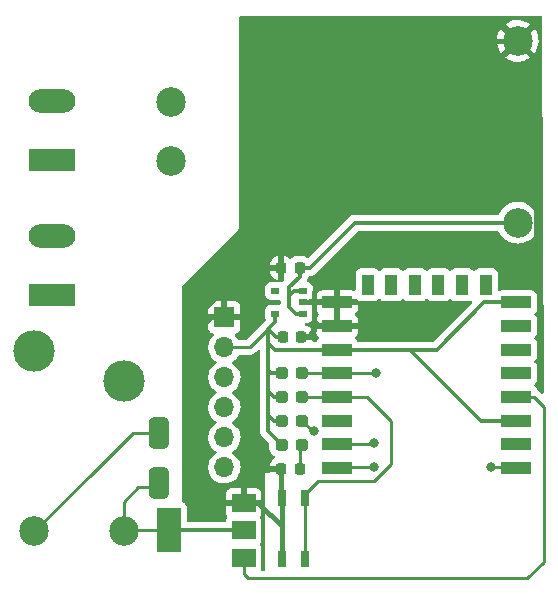
<source format=gtl>
G04 #@! TF.GenerationSoftware,KiCad,Pcbnew,6.0.7-f9a2dced07~116~ubuntu20.04.1*
G04 #@! TF.CreationDate,2022-10-29T19:31:28+02:00*
G04 #@! TF.ProjectId,AC Relay,41432052-656c-4617-992e-6b696361645f,rev?*
G04 #@! TF.SameCoordinates,Original*
G04 #@! TF.FileFunction,Copper,L1,Top*
G04 #@! TF.FilePolarity,Positive*
%FSLAX46Y46*%
G04 Gerber Fmt 4.6, Leading zero omitted, Abs format (unit mm)*
G04 Created by KiCad (PCBNEW 6.0.7-f9a2dced07~116~ubuntu20.04.1) date 2022-10-29 19:31:28*
%MOMM*%
%LPD*%
G01*
G04 APERTURE LIST*
G04 Aperture macros list*
%AMRoundRect*
0 Rectangle with rounded corners*
0 $1 Rounding radius*
0 $2 $3 $4 $5 $6 $7 $8 $9 X,Y pos of 4 corners*
0 Add a 4 corners polygon primitive as box body*
4,1,4,$2,$3,$4,$5,$6,$7,$8,$9,$2,$3,0*
0 Add four circle primitives for the rounded corners*
1,1,$1+$1,$2,$3*
1,1,$1+$1,$4,$5*
1,1,$1+$1,$6,$7*
1,1,$1+$1,$8,$9*
0 Add four rect primitives between the rounded corners*
20,1,$1+$1,$2,$3,$4,$5,0*
20,1,$1+$1,$4,$5,$6,$7,0*
20,1,$1+$1,$6,$7,$8,$9,0*
20,1,$1+$1,$8,$9,$2,$3,0*%
G04 Aperture macros list end*
G04 #@! TA.AperFunction,SMDPad,CuDef*
%ADD10RoundRect,0.437500X0.437500X-0.887500X0.437500X0.887500X-0.437500X0.887500X-0.437500X-0.887500X0*%
G04 #@! TD*
G04 #@! TA.AperFunction,ComponentPad*
%ADD11C,2.500000*%
G04 #@! TD*
G04 #@! TA.AperFunction,ComponentPad*
%ADD12R,3.960000X1.980000*%
G04 #@! TD*
G04 #@! TA.AperFunction,ComponentPad*
%ADD13O,3.960000X1.980000*%
G04 #@! TD*
G04 #@! TA.AperFunction,SMDPad,CuDef*
%ADD14RoundRect,0.237500X0.287500X0.237500X-0.287500X0.237500X-0.287500X-0.237500X0.287500X-0.237500X0*%
G04 #@! TD*
G04 #@! TA.AperFunction,SMDPad,CuDef*
%ADD15RoundRect,0.237500X-0.287500X-0.237500X0.287500X-0.237500X0.287500X0.237500X-0.287500X0.237500X0*%
G04 #@! TD*
G04 #@! TA.AperFunction,SMDPad,CuDef*
%ADD16R,2.500000X1.000000*%
G04 #@! TD*
G04 #@! TA.AperFunction,SMDPad,CuDef*
%ADD17R,1.000000X1.800000*%
G04 #@! TD*
G04 #@! TA.AperFunction,SMDPad,CuDef*
%ADD18R,0.700000X0.510000*%
G04 #@! TD*
G04 #@! TA.AperFunction,SMDPad,CuDef*
%ADD19RoundRect,0.218750X-0.218750X-0.256250X0.218750X-0.256250X0.218750X0.256250X-0.218750X0.256250X0*%
G04 #@! TD*
G04 #@! TA.AperFunction,ComponentPad*
%ADD20O,1.700000X1.700000*%
G04 #@! TD*
G04 #@! TA.AperFunction,ComponentPad*
%ADD21R,1.700000X1.700000*%
G04 #@! TD*
G04 #@! TA.AperFunction,SMDPad,CuDef*
%ADD22RoundRect,0.218750X0.218750X0.256250X-0.218750X0.256250X-0.218750X-0.256250X0.218750X-0.256250X0*%
G04 #@! TD*
G04 #@! TA.AperFunction,SMDPad,CuDef*
%ADD23R,0.700000X1.450000*%
G04 #@! TD*
G04 #@! TA.AperFunction,SMDPad,CuDef*
%ADD24R,2.000000X1.500000*%
G04 #@! TD*
G04 #@! TA.AperFunction,SMDPad,CuDef*
%ADD25R,2.000000X3.800000*%
G04 #@! TD*
G04 #@! TA.AperFunction,ComponentPad*
%ADD26C,3.500000*%
G04 #@! TD*
G04 #@! TA.AperFunction,ViaPad*
%ADD27C,0.800000*%
G04 #@! TD*
G04 #@! TA.AperFunction,Conductor*
%ADD28C,0.250000*%
G04 #@! TD*
G04 #@! TA.AperFunction,Conductor*
%ADD29C,0.350000*%
G04 #@! TD*
G04 #@! TA.AperFunction,Conductor*
%ADD30C,0.400000*%
G04 #@! TD*
G04 #@! TA.AperFunction,Conductor*
%ADD31C,0.300000*%
G04 #@! TD*
G04 APERTURE END LIST*
D10*
X84400000Y-87850000D03*
X84400000Y-83550000D03*
D11*
X85358000Y-55572000D03*
X85358000Y-60572000D03*
X114758000Y-50372000D03*
X114758000Y-65772000D03*
D12*
X75300000Y-60452000D03*
D13*
X75300000Y-55452000D03*
D12*
X75300000Y-71865000D03*
D13*
X75300000Y-66865000D03*
D14*
X96506000Y-84582000D03*
X94756000Y-84582000D03*
X96506000Y-80518000D03*
X94756000Y-80518000D03*
D15*
X94756000Y-78486000D03*
X96506000Y-78486000D03*
D14*
X96506000Y-82550000D03*
X94756000Y-82550000D03*
D16*
X114641000Y-86518000D03*
X114641000Y-84518000D03*
X114641000Y-82518000D03*
X114641000Y-80518000D03*
X114641000Y-78518000D03*
X114641000Y-76518000D03*
X114641000Y-74518000D03*
X114641000Y-72518000D03*
D17*
X112041000Y-71018000D03*
X110041000Y-71018000D03*
X108041000Y-71018000D03*
X106041000Y-71018000D03*
X104041000Y-71018000D03*
X102041000Y-71018000D03*
D16*
X99441000Y-72518000D03*
X99441000Y-74518000D03*
X99441000Y-76518000D03*
X99441000Y-78518000D03*
X99441000Y-80518000D03*
X99441000Y-82518000D03*
X99441000Y-84518000D03*
X99441000Y-86518000D03*
D18*
X96537000Y-73467000D03*
X96537000Y-72517000D03*
X96537000Y-71567000D03*
X94217000Y-71567000D03*
X94217000Y-73467000D03*
D19*
X94716500Y-86614000D03*
X96291500Y-86614000D03*
D20*
X89916000Y-86487000D03*
X89916000Y-83947000D03*
X89916000Y-81407000D03*
X89916000Y-78867000D03*
X89916000Y-76327000D03*
D21*
X89916000Y-73787000D03*
D22*
X96291500Y-69596000D03*
X94716500Y-69596000D03*
D19*
X94843500Y-75438000D03*
X96418500Y-75438000D03*
D23*
X96758000Y-94274000D03*
X96758000Y-89114000D03*
X94758000Y-94274000D03*
X94758000Y-89114000D03*
D24*
X91542000Y-94121000D03*
X91542000Y-91821000D03*
X91542000Y-89521000D03*
D25*
X85242000Y-91821000D03*
D26*
X81392500Y-79213000D03*
X73792500Y-76673000D03*
D11*
X73792500Y-91913000D03*
X81392500Y-91913000D03*
D27*
X102743000Y-78486000D03*
X97536000Y-83367999D03*
X112522000Y-86487000D03*
X102616000Y-84455000D03*
X102616000Y-86487000D03*
D28*
X79093000Y-86612500D02*
X79093000Y-86607000D01*
X79093000Y-86607000D02*
X82150000Y-83550000D01*
X82150000Y-83550000D02*
X84400000Y-83550000D01*
X79093000Y-86612500D02*
X73792500Y-91913000D01*
X81392500Y-91913000D02*
X81392500Y-89407500D01*
X85242000Y-91821000D02*
X81484500Y-91821000D01*
D29*
X100979000Y-65772000D02*
X114758000Y-65772000D01*
X96537000Y-73467000D02*
X95937000Y-73467000D01*
X95377000Y-72009000D02*
X95377000Y-71247000D01*
X95819000Y-71567000D02*
X96537000Y-71567000D01*
X95937000Y-73467000D02*
X95377000Y-72907000D01*
X97155000Y-69596000D02*
X100979000Y-65772000D01*
X95377000Y-72263000D02*
X95377000Y-72009000D01*
X95377000Y-72009000D02*
X95819000Y-71567000D01*
X96291500Y-69596000D02*
X97155000Y-69596000D01*
X95377000Y-71247000D02*
X96291500Y-70332500D01*
X96291500Y-70332500D02*
X96291500Y-69596000D01*
X95377000Y-72907000D02*
X95377000Y-72263000D01*
D28*
X81392500Y-89407500D02*
X82612500Y-88187500D01*
X85283000Y-91780000D02*
X85242000Y-91821000D01*
X82612500Y-88187500D02*
X84500000Y-88187500D01*
X84861500Y-91440500D02*
X85242000Y-91821000D01*
D29*
X86492000Y-91821000D02*
X91542000Y-91821000D01*
X85242000Y-91821000D02*
X86492000Y-91821000D01*
D28*
X81484500Y-91821000D02*
X81392500Y-91913000D01*
D29*
X85198000Y-91865000D02*
X85242000Y-91821000D01*
D30*
X94716500Y-69596000D02*
X91694000Y-69596000D01*
X115189000Y-68453000D02*
X115443000Y-68453000D01*
X94615000Y-66675000D02*
X94488000Y-66802000D01*
X96956000Y-75438000D02*
X97536000Y-74858000D01*
X94758000Y-89114000D02*
X94758000Y-91694000D01*
X87503000Y-73787000D02*
X91694000Y-69596000D01*
X97536000Y-72517000D02*
X97536000Y-71628000D01*
X99440000Y-72517000D02*
X99441000Y-72518000D01*
X96537000Y-72517000D02*
X97536000Y-72517000D01*
X92792000Y-89521000D02*
X94758000Y-91487000D01*
X116332000Y-51946000D02*
X114758000Y-50372000D01*
X97941000Y-74518000D02*
X99441000Y-74518000D01*
X97536000Y-74113000D02*
X97941000Y-74518000D01*
X94488000Y-66802000D02*
X110918000Y-50372000D01*
X115443000Y-68453000D02*
X116332000Y-67564000D01*
X96418500Y-75438000D02*
X96956000Y-75438000D01*
X87503000Y-75057000D02*
X87503000Y-73787000D01*
X88816000Y-73787000D02*
X87546000Y-75057000D01*
X97536000Y-71628000D02*
X100711000Y-68453000D01*
X87546000Y-75057000D02*
X87503000Y-75057000D01*
X97536000Y-73914000D02*
X97536000Y-74113000D01*
X91542000Y-89521000D02*
X88632000Y-89521000D01*
X87503000Y-88392000D02*
X87503000Y-75057000D01*
X88632000Y-89521000D02*
X87503000Y-88392000D01*
X94758000Y-91694000D02*
X94758000Y-94274000D01*
X97536000Y-73660000D02*
X97536000Y-73914000D01*
X110918000Y-50372000D02*
X114758000Y-50372000D01*
X97536000Y-72517000D02*
X99440000Y-72517000D01*
X97536000Y-72517000D02*
X97536000Y-73660000D01*
X91542000Y-89521000D02*
X92792000Y-89521000D01*
X91694000Y-69596000D02*
X94488000Y-66802000D01*
X94716500Y-89028500D02*
X94631000Y-89114000D01*
X89916000Y-73787000D02*
X88816000Y-73787000D01*
X94758000Y-91487000D02*
X94758000Y-91694000D01*
X94716500Y-86614000D02*
X94716500Y-89028500D01*
X116332000Y-67564000D02*
X116332000Y-51946000D01*
X100711000Y-68453000D02*
X115189000Y-68453000D01*
X97536000Y-74858000D02*
X97536000Y-73660000D01*
D28*
X96291500Y-86614000D02*
X96291500Y-84796500D01*
X96291500Y-84796500D02*
X96506000Y-84582000D01*
D31*
X94131000Y-82550000D02*
X93599000Y-82018000D01*
X93726000Y-74676000D02*
X94217000Y-74185000D01*
X94756000Y-82550000D02*
X94131000Y-82550000D01*
X114641000Y-82518000D02*
X113411000Y-82518000D01*
X105601000Y-76518000D02*
X111601000Y-82518000D01*
X113411000Y-82518000D02*
X113141000Y-82518000D01*
X94217000Y-74185000D02*
X94217000Y-73467000D01*
X93599000Y-78994000D02*
X93599000Y-78232000D01*
X107887000Y-76518000D02*
X111887000Y-72518000D01*
X93599000Y-80010000D02*
X93599000Y-78994000D01*
X99441000Y-76518000D02*
X94171000Y-76518000D01*
X93599000Y-81788000D02*
X93599000Y-83425000D01*
X94306000Y-75438000D02*
X93726000Y-74858000D01*
X99441000Y-76518000D02*
X105601000Y-76518000D01*
X94171000Y-76518000D02*
X93599000Y-75946000D01*
X93853000Y-78486000D02*
X93599000Y-78232000D01*
X93599000Y-78232000D02*
X93599000Y-77470000D01*
X93726000Y-74858000D02*
X93726000Y-74676000D01*
D28*
X92075000Y-76327000D02*
X89916000Y-76327000D01*
D31*
X93599000Y-83425000D02*
X94756000Y-84582000D01*
D28*
X93599000Y-74803000D02*
X92075000Y-76327000D01*
D31*
X114641000Y-72518000D02*
X113141000Y-72518000D01*
X93599000Y-82018000D02*
X93599000Y-81788000D01*
X94843500Y-75438000D02*
X94306000Y-75438000D01*
X105601000Y-76518000D02*
X107887000Y-76518000D01*
X93599000Y-75946000D02*
X93599000Y-74803000D01*
X93599000Y-81050000D02*
X93599000Y-81788000D01*
X94756000Y-78486000D02*
X93853000Y-78486000D01*
X111887000Y-72518000D02*
X114641000Y-72518000D01*
X94107000Y-80518000D02*
X93599000Y-80010000D01*
X93599000Y-81050000D02*
X93599000Y-80010000D01*
X93599000Y-77470000D02*
X93599000Y-75946000D01*
X94756000Y-80518000D02*
X94107000Y-80518000D01*
X111601000Y-82518000D02*
X113411000Y-82518000D01*
X93599000Y-74803000D02*
X93726000Y-74676000D01*
D28*
X97917000Y-80518000D02*
X99441000Y-80518000D01*
X104013000Y-82550000D02*
X104013000Y-86233000D01*
X96758000Y-89114000D02*
X96758000Y-94274000D01*
X99441000Y-80518000D02*
X101981000Y-80518000D01*
X96758000Y-88739000D02*
X96758000Y-89114000D01*
X96506000Y-80518000D02*
X97917000Y-80518000D01*
X97867000Y-87630000D02*
X96758000Y-88739000D01*
X102616000Y-87630000D02*
X97867000Y-87630000D01*
X101981000Y-80518000D02*
X104013000Y-82550000D01*
X104013000Y-86233000D02*
X102616000Y-87630000D01*
X99473000Y-78486000D02*
X99441000Y-78518000D01*
X102743000Y-78486000D02*
X99473000Y-78486000D01*
X99409000Y-78486000D02*
X99441000Y-78518000D01*
X96506000Y-78486000D02*
X99409000Y-78486000D01*
X97536000Y-83367999D02*
X97464999Y-83439000D01*
X97464999Y-83439000D02*
X97395000Y-83439000D01*
X112522000Y-86487000D02*
X114610000Y-86487000D01*
X97395000Y-83439000D02*
X96506000Y-82550000D01*
X114610000Y-86487000D02*
X114641000Y-86518000D01*
X115570000Y-95885000D02*
X91948000Y-95885000D01*
X116967000Y-81344000D02*
X116967000Y-94488000D01*
X91542000Y-95479000D02*
X91542000Y-94121000D01*
X91948000Y-95885000D02*
X91542000Y-95479000D01*
X116141000Y-80518000D02*
X116967000Y-81344000D01*
X116967000Y-94488000D02*
X115570000Y-95885000D01*
X114641000Y-80518000D02*
X116141000Y-80518000D01*
X99441000Y-84518000D02*
X102553000Y-84518000D01*
X99472000Y-86487000D02*
X99441000Y-86518000D01*
X102616000Y-86487000D02*
X99472000Y-86487000D01*
G04 #@! TA.AperFunction,Conductor*
G36*
X116782534Y-48280002D02*
G01*
X116829027Y-48333658D01*
X116840412Y-48385586D01*
X116895596Y-65216810D01*
X116944462Y-80120955D01*
X116924684Y-80189141D01*
X116871181Y-80235809D01*
X116800940Y-80246144D01*
X116736263Y-80216862D01*
X116729368Y-80210463D01*
X116644652Y-80125747D01*
X116637112Y-80117461D01*
X116633000Y-80110982D01*
X116583348Y-80064356D01*
X116580507Y-80061602D01*
X116560770Y-80041865D01*
X116557573Y-80039385D01*
X116548551Y-80031680D01*
X116522100Y-80006841D01*
X116516321Y-80001414D01*
X116509375Y-79997595D01*
X116509372Y-79997593D01*
X116498566Y-79991652D01*
X116482047Y-79980801D01*
X116472354Y-79973283D01*
X116466041Y-79968386D01*
X116454857Y-79963546D01*
X116452278Y-79961400D01*
X116451943Y-79961202D01*
X116451975Y-79961148D01*
X116400284Y-79918135D01*
X116386918Y-79892140D01*
X116349010Y-79791021D01*
X116341615Y-79771295D01*
X116254261Y-79654739D01*
X116206340Y-79618824D01*
X116163827Y-79561967D01*
X116158801Y-79491149D01*
X116192861Y-79428855D01*
X116206330Y-79417183D01*
X116254261Y-79381261D01*
X116341615Y-79264705D01*
X116392745Y-79128316D01*
X116399500Y-79066134D01*
X116399500Y-77969866D01*
X116392745Y-77907684D01*
X116341615Y-77771295D01*
X116254261Y-77654739D01*
X116206340Y-77618824D01*
X116163827Y-77561967D01*
X116158801Y-77491149D01*
X116192861Y-77428855D01*
X116206330Y-77417183D01*
X116254261Y-77381261D01*
X116341615Y-77264705D01*
X116392745Y-77128316D01*
X116399500Y-77066134D01*
X116399500Y-75969866D01*
X116392745Y-75907684D01*
X116341615Y-75771295D01*
X116254261Y-75654739D01*
X116206340Y-75618824D01*
X116163827Y-75561967D01*
X116158801Y-75491149D01*
X116192861Y-75428855D01*
X116206330Y-75417183D01*
X116254261Y-75381261D01*
X116341615Y-75264705D01*
X116392745Y-75128316D01*
X116399500Y-75066134D01*
X116399500Y-73969866D01*
X116392745Y-73907684D01*
X116341615Y-73771295D01*
X116254261Y-73654739D01*
X116206340Y-73618824D01*
X116163827Y-73561967D01*
X116158801Y-73491149D01*
X116192861Y-73428855D01*
X116206330Y-73417183D01*
X116254261Y-73381261D01*
X116341615Y-73264705D01*
X116392745Y-73128316D01*
X116399500Y-73066134D01*
X116399500Y-71969866D01*
X116392745Y-71907684D01*
X116341615Y-71771295D01*
X116254261Y-71654739D01*
X116137705Y-71567385D01*
X116001316Y-71516255D01*
X115939134Y-71509500D01*
X113342866Y-71509500D01*
X113280684Y-71516255D01*
X113219729Y-71539106D01*
X113148923Y-71544289D01*
X113086554Y-71510369D01*
X113052425Y-71448113D01*
X113049500Y-71421124D01*
X113049500Y-70069866D01*
X113042745Y-70007684D01*
X112991615Y-69871295D01*
X112904261Y-69754739D01*
X112787705Y-69667385D01*
X112651316Y-69616255D01*
X112589134Y-69609500D01*
X111492866Y-69609500D01*
X111430684Y-69616255D01*
X111294295Y-69667385D01*
X111177739Y-69754739D01*
X111141824Y-69802660D01*
X111084967Y-69845173D01*
X111014149Y-69850199D01*
X110951855Y-69816139D01*
X110940183Y-69802670D01*
X110904261Y-69754739D01*
X110787705Y-69667385D01*
X110651316Y-69616255D01*
X110589134Y-69609500D01*
X109492866Y-69609500D01*
X109430684Y-69616255D01*
X109294295Y-69667385D01*
X109177739Y-69754739D01*
X109141824Y-69802660D01*
X109084967Y-69845173D01*
X109014149Y-69850199D01*
X108951855Y-69816139D01*
X108940183Y-69802670D01*
X108904261Y-69754739D01*
X108787705Y-69667385D01*
X108651316Y-69616255D01*
X108589134Y-69609500D01*
X107492866Y-69609500D01*
X107430684Y-69616255D01*
X107294295Y-69667385D01*
X107177739Y-69754739D01*
X107141824Y-69802660D01*
X107084967Y-69845173D01*
X107014149Y-69850199D01*
X106951855Y-69816139D01*
X106940183Y-69802670D01*
X106904261Y-69754739D01*
X106787705Y-69667385D01*
X106651316Y-69616255D01*
X106589134Y-69609500D01*
X105492866Y-69609500D01*
X105430684Y-69616255D01*
X105294295Y-69667385D01*
X105177739Y-69754739D01*
X105141824Y-69802660D01*
X105084967Y-69845173D01*
X105014149Y-69850199D01*
X104951855Y-69816139D01*
X104940183Y-69802670D01*
X104904261Y-69754739D01*
X104787705Y-69667385D01*
X104651316Y-69616255D01*
X104589134Y-69609500D01*
X103492866Y-69609500D01*
X103430684Y-69616255D01*
X103294295Y-69667385D01*
X103177739Y-69754739D01*
X103141824Y-69802660D01*
X103084967Y-69845173D01*
X103014149Y-69850199D01*
X102951855Y-69816139D01*
X102940183Y-69802670D01*
X102904261Y-69754739D01*
X102787705Y-69667385D01*
X102651316Y-69616255D01*
X102589134Y-69609500D01*
X101492866Y-69609500D01*
X101430684Y-69616255D01*
X101294295Y-69667385D01*
X101177739Y-69754739D01*
X101090385Y-69871295D01*
X101039255Y-70007684D01*
X101032500Y-70069866D01*
X101032500Y-71421658D01*
X101012498Y-71489779D01*
X100958842Y-71536272D01*
X100888568Y-71546376D01*
X100862270Y-71539640D01*
X100808605Y-71519522D01*
X100793351Y-71515895D01*
X100742486Y-71510369D01*
X100735672Y-71510000D01*
X99713115Y-71510000D01*
X99697876Y-71514475D01*
X99696671Y-71515865D01*
X99695000Y-71523548D01*
X99695000Y-72245885D01*
X99699475Y-72261124D01*
X99700865Y-72262329D01*
X99708548Y-72264000D01*
X101112732Y-72264000D01*
X101180853Y-72284002D01*
X101188297Y-72289174D01*
X101294295Y-72368615D01*
X101430684Y-72419745D01*
X101492866Y-72426500D01*
X102589134Y-72426500D01*
X102651316Y-72419745D01*
X102787705Y-72368615D01*
X102904261Y-72281261D01*
X102940176Y-72233340D01*
X102997033Y-72190827D01*
X103067851Y-72185801D01*
X103130145Y-72219861D01*
X103141817Y-72233330D01*
X103177739Y-72281261D01*
X103294295Y-72368615D01*
X103430684Y-72419745D01*
X103492866Y-72426500D01*
X104589134Y-72426500D01*
X104651316Y-72419745D01*
X104787705Y-72368615D01*
X104904261Y-72281261D01*
X104940176Y-72233340D01*
X104997033Y-72190827D01*
X105067851Y-72185801D01*
X105130145Y-72219861D01*
X105141817Y-72233330D01*
X105177739Y-72281261D01*
X105294295Y-72368615D01*
X105430684Y-72419745D01*
X105492866Y-72426500D01*
X106589134Y-72426500D01*
X106651316Y-72419745D01*
X106787705Y-72368615D01*
X106904261Y-72281261D01*
X106940176Y-72233340D01*
X106997033Y-72190827D01*
X107067851Y-72185801D01*
X107130145Y-72219861D01*
X107141817Y-72233330D01*
X107177739Y-72281261D01*
X107294295Y-72368615D01*
X107430684Y-72419745D01*
X107492866Y-72426500D01*
X108589134Y-72426500D01*
X108651316Y-72419745D01*
X108787705Y-72368615D01*
X108904261Y-72281261D01*
X108940176Y-72233340D01*
X108997033Y-72190827D01*
X109067851Y-72185801D01*
X109130145Y-72219861D01*
X109141817Y-72233330D01*
X109177739Y-72281261D01*
X109294295Y-72368615D01*
X109430684Y-72419745D01*
X109492866Y-72426500D01*
X110589134Y-72426500D01*
X110651316Y-72419745D01*
X110658712Y-72416973D01*
X110658718Y-72416971D01*
X110750943Y-72382397D01*
X110821750Y-72377214D01*
X110884119Y-72411135D01*
X110918248Y-72473390D01*
X110913301Y-72544214D01*
X110884267Y-72589474D01*
X109260063Y-74213677D01*
X107651145Y-75822595D01*
X107588833Y-75856621D01*
X107562050Y-75859500D01*
X105662741Y-75859500D01*
X105643031Y-75857949D01*
X105629677Y-75855834D01*
X105621848Y-75854594D01*
X105575859Y-75858941D01*
X105564004Y-75859500D01*
X101262009Y-75859500D01*
X101193888Y-75839498D01*
X101147395Y-75785842D01*
X101145097Y-75780306D01*
X101144767Y-75779703D01*
X101141615Y-75771295D01*
X101054261Y-75654739D01*
X101005926Y-75618514D01*
X100963411Y-75561655D01*
X100958385Y-75490836D01*
X100992445Y-75428543D01*
X101005925Y-75416862D01*
X101046726Y-75386283D01*
X101059285Y-75373724D01*
X101135786Y-75271649D01*
X101144324Y-75256054D01*
X101189478Y-75135606D01*
X101193105Y-75120351D01*
X101198631Y-75069486D01*
X101199000Y-75062672D01*
X101199000Y-74790115D01*
X101194525Y-74774876D01*
X101193135Y-74773671D01*
X101185452Y-74772000D01*
X97701116Y-74772000D01*
X97685877Y-74776475D01*
X97684672Y-74777865D01*
X97683001Y-74785548D01*
X97683001Y-75062669D01*
X97683371Y-75069490D01*
X97688895Y-75120352D01*
X97692521Y-75135604D01*
X97737676Y-75256054D01*
X97746214Y-75271649D01*
X97822715Y-75373724D01*
X97835274Y-75386283D01*
X97876075Y-75416862D01*
X97918589Y-75473722D01*
X97923614Y-75544540D01*
X97889554Y-75606834D01*
X97876075Y-75618513D01*
X97827739Y-75654739D01*
X97740385Y-75771295D01*
X97737233Y-75779703D01*
X97732923Y-75787575D01*
X97731259Y-75786664D01*
X97695337Y-75834490D01*
X97628776Y-75859193D01*
X97619991Y-75859500D01*
X97490000Y-75859500D01*
X97421879Y-75839498D01*
X97375386Y-75785842D01*
X97364000Y-75733500D01*
X97364000Y-75710115D01*
X97359525Y-75694876D01*
X97358135Y-75693671D01*
X97350452Y-75692000D01*
X96290500Y-75692000D01*
X96222379Y-75671998D01*
X96175886Y-75618342D01*
X96164500Y-75566000D01*
X96164500Y-75310000D01*
X96184502Y-75241879D01*
X96238158Y-75195386D01*
X96290500Y-75184000D01*
X97345885Y-75184000D01*
X97361124Y-75179525D01*
X97362329Y-75178135D01*
X97364000Y-75170452D01*
X97364000Y-75136734D01*
X97363663Y-75130218D01*
X97354196Y-75038979D01*
X97351303Y-75025583D01*
X97302170Y-74878313D01*
X97295996Y-74865134D01*
X97214530Y-74733486D01*
X97205494Y-74722085D01*
X97095920Y-74612702D01*
X97084509Y-74603690D01*
X96952709Y-74522447D01*
X96939532Y-74516303D01*
X96818302Y-74476093D01*
X96759942Y-74435663D01*
X96732705Y-74370099D01*
X96745238Y-74300217D01*
X96793563Y-74248205D01*
X96802003Y-74245885D01*
X97683000Y-74245885D01*
X97687475Y-74261124D01*
X97688865Y-74262329D01*
X97696548Y-74264000D01*
X99168885Y-74264000D01*
X99184124Y-74259525D01*
X99185329Y-74258135D01*
X99187000Y-74250452D01*
X99187000Y-74245885D01*
X99695000Y-74245885D01*
X99699475Y-74261124D01*
X99700865Y-74262329D01*
X99708548Y-74264000D01*
X101180884Y-74264000D01*
X101196123Y-74259525D01*
X101197328Y-74258135D01*
X101198999Y-74250452D01*
X101198999Y-73973331D01*
X101198629Y-73966510D01*
X101193105Y-73915648D01*
X101189479Y-73900396D01*
X101144324Y-73779946D01*
X101135786Y-73764351D01*
X101059285Y-73662276D01*
X101046724Y-73649715D01*
X101005509Y-73618826D01*
X100962994Y-73561967D01*
X100957968Y-73491148D01*
X100992028Y-73428855D01*
X101005509Y-73417174D01*
X101046724Y-73386285D01*
X101059285Y-73373724D01*
X101135786Y-73271649D01*
X101144324Y-73256054D01*
X101189478Y-73135606D01*
X101193105Y-73120351D01*
X101198631Y-73069486D01*
X101199000Y-73062672D01*
X101199000Y-72790115D01*
X101194525Y-72774876D01*
X101193135Y-72773671D01*
X101185452Y-72772000D01*
X99713115Y-72772000D01*
X99697876Y-72776475D01*
X99696671Y-72777865D01*
X99695000Y-72785548D01*
X99695000Y-74245885D01*
X99187000Y-74245885D01*
X99187000Y-72790115D01*
X99182525Y-72774876D01*
X99181135Y-72773671D01*
X99173452Y-72772000D01*
X97701116Y-72772000D01*
X97685877Y-72776475D01*
X97684672Y-72777865D01*
X97683001Y-72785548D01*
X97683001Y-73062669D01*
X97683371Y-73069490D01*
X97688895Y-73120352D01*
X97692521Y-73135604D01*
X97737676Y-73256054D01*
X97746214Y-73271649D01*
X97822715Y-73373724D01*
X97835276Y-73386285D01*
X97876491Y-73417174D01*
X97919006Y-73474033D01*
X97924032Y-73544852D01*
X97889972Y-73607145D01*
X97876491Y-73618826D01*
X97835276Y-73649715D01*
X97822715Y-73662276D01*
X97746214Y-73764351D01*
X97737676Y-73779946D01*
X97692522Y-73900394D01*
X97688895Y-73915649D01*
X97683369Y-73966514D01*
X97683000Y-73973328D01*
X97683000Y-74245885D01*
X96802003Y-74245885D01*
X96857969Y-74230500D01*
X96935134Y-74230500D01*
X96997316Y-74223745D01*
X97133705Y-74172615D01*
X97250261Y-74085261D01*
X97337615Y-73968705D01*
X97388745Y-73832316D01*
X97395500Y-73770134D01*
X97395500Y-73163866D01*
X97388745Y-73101684D01*
X97363940Y-73035517D01*
X97358757Y-72964711D01*
X97363940Y-72947058D01*
X97385478Y-72889605D01*
X97389105Y-72874351D01*
X97394631Y-72823486D01*
X97395000Y-72816672D01*
X97395000Y-72789115D01*
X97390525Y-72773876D01*
X97389135Y-72772671D01*
X97381452Y-72771000D01*
X97180852Y-72771000D01*
X97134542Y-72759153D01*
X97133705Y-72761385D01*
X96997316Y-72710255D01*
X96935134Y-72703500D01*
X96409000Y-72703500D01*
X96340879Y-72683498D01*
X96294386Y-72629842D01*
X96283000Y-72577500D01*
X96283000Y-72456500D01*
X96303002Y-72388379D01*
X96356658Y-72341886D01*
X96409000Y-72330500D01*
X96935134Y-72330500D01*
X96997316Y-72323745D01*
X97133705Y-72272615D01*
X97134542Y-72274847D01*
X97180852Y-72263000D01*
X97376884Y-72263000D01*
X97392123Y-72258525D01*
X97393328Y-72257135D01*
X97394999Y-72249452D01*
X97394999Y-72245885D01*
X97683000Y-72245885D01*
X97687475Y-72261124D01*
X97688865Y-72262329D01*
X97696548Y-72264000D01*
X99168885Y-72264000D01*
X99184124Y-72259525D01*
X99185329Y-72258135D01*
X99187000Y-72250452D01*
X99187000Y-71528116D01*
X99182525Y-71512877D01*
X99181135Y-71511672D01*
X99173452Y-71510001D01*
X98146331Y-71510001D01*
X98139510Y-71510371D01*
X98088648Y-71515895D01*
X98073396Y-71519521D01*
X97952946Y-71564676D01*
X97937351Y-71573214D01*
X97835276Y-71649715D01*
X97822715Y-71662276D01*
X97746214Y-71764351D01*
X97737676Y-71779946D01*
X97692522Y-71900394D01*
X97688895Y-71915649D01*
X97683369Y-71966514D01*
X97683000Y-71973328D01*
X97683000Y-72245885D01*
X97394999Y-72245885D01*
X97394999Y-72217331D01*
X97394629Y-72210510D01*
X97389105Y-72159648D01*
X97385479Y-72144397D01*
X97363940Y-72086942D01*
X97358757Y-72016135D01*
X97363940Y-71998482D01*
X97374668Y-71969866D01*
X97388745Y-71932316D01*
X97395500Y-71870134D01*
X97395500Y-71263866D01*
X97388745Y-71201684D01*
X97337615Y-71065295D01*
X97250261Y-70948739D01*
X97133705Y-70861385D01*
X96997316Y-70810255D01*
X96991859Y-70809662D01*
X96931142Y-70774976D01*
X96898321Y-70712021D01*
X96904541Y-70641841D01*
X96920640Y-70600549D01*
X96923197Y-70594466D01*
X96945386Y-70545323D01*
X96948514Y-70538396D01*
X96949899Y-70530924D01*
X96951419Y-70526073D01*
X96954362Y-70515743D01*
X96955630Y-70510803D01*
X96958389Y-70503728D01*
X96963339Y-70466134D01*
X96963579Y-70464309D01*
X96992302Y-70399382D01*
X96999328Y-70391739D01*
X97072117Y-70318823D01*
X97134399Y-70284744D01*
X97169857Y-70282133D01*
X97183455Y-70283060D01*
X97183460Y-70283060D01*
X97191034Y-70283576D01*
X97198511Y-70282271D01*
X97198514Y-70282271D01*
X97251647Y-70272998D01*
X97258171Y-70272035D01*
X97311691Y-70265558D01*
X97319235Y-70264645D01*
X97326345Y-70261958D01*
X97331248Y-70260754D01*
X97341734Y-70257886D01*
X97346526Y-70256439D01*
X97354004Y-70255134D01*
X97370976Y-70247684D01*
X97410341Y-70230405D01*
X97416446Y-70227914D01*
X97466882Y-70208855D01*
X97466885Y-70208853D01*
X97473989Y-70206169D01*
X97480246Y-70201869D01*
X97484714Y-70199533D01*
X97494160Y-70194275D01*
X97498526Y-70191693D01*
X97505485Y-70188638D01*
X97554304Y-70151177D01*
X97559623Y-70147314D01*
X97604065Y-70116769D01*
X97610326Y-70112466D01*
X97650233Y-70067676D01*
X97655213Y-70062402D01*
X101225210Y-66492405D01*
X101287522Y-66458379D01*
X101314305Y-66455500D01*
X113053556Y-66455500D01*
X113121677Y-66475502D01*
X113164548Y-66521862D01*
X113213753Y-66613437D01*
X113270737Y-66719491D01*
X113273532Y-66723234D01*
X113273534Y-66723237D01*
X113424330Y-66925177D01*
X113424335Y-66925183D01*
X113427122Y-66928915D01*
X113430431Y-66932195D01*
X113430436Y-66932201D01*
X113609426Y-67109635D01*
X113612743Y-67112923D01*
X113616505Y-67115681D01*
X113616508Y-67115684D01*
X113819750Y-67264707D01*
X113823524Y-67267474D01*
X113827667Y-67269654D01*
X113827669Y-67269655D01*
X114050684Y-67386989D01*
X114050689Y-67386991D01*
X114054834Y-67389172D01*
X114301590Y-67475344D01*
X114306183Y-67476216D01*
X114553785Y-67523224D01*
X114553788Y-67523224D01*
X114558374Y-67524095D01*
X114688958Y-67529226D01*
X114814875Y-67534174D01*
X114814881Y-67534174D01*
X114819543Y-67534357D01*
X114898977Y-67525657D01*
X115074707Y-67506412D01*
X115074712Y-67506411D01*
X115079360Y-67505902D01*
X115192116Y-67476216D01*
X115327594Y-67440548D01*
X115327596Y-67440547D01*
X115332117Y-67439357D01*
X115572262Y-67336182D01*
X115794519Y-67198646D01*
X115798082Y-67195629D01*
X115798087Y-67195626D01*
X115990439Y-67032787D01*
X115990440Y-67032786D01*
X115994005Y-67029768D01*
X116085729Y-66925177D01*
X116163257Y-66836774D01*
X116163261Y-66836769D01*
X116166339Y-66833259D01*
X116307733Y-66613437D01*
X116415083Y-66375129D01*
X116440022Y-66286704D01*
X116484760Y-66128076D01*
X116484761Y-66128073D01*
X116486030Y-66123572D01*
X116499968Y-66014010D01*
X116518616Y-65867421D01*
X116518616Y-65867417D01*
X116519014Y-65864291D01*
X116519302Y-65853321D01*
X116521348Y-65775160D01*
X116521431Y-65772000D01*
X116502061Y-65511348D01*
X116494546Y-65478133D01*
X116454311Y-65300323D01*
X116444377Y-65256423D01*
X116429755Y-65218822D01*
X116351340Y-65017176D01*
X116351339Y-65017173D01*
X116349647Y-65012823D01*
X116219951Y-64785902D01*
X116058138Y-64580643D01*
X115867763Y-64401557D01*
X115653009Y-64252576D01*
X115648816Y-64250508D01*
X115422781Y-64139040D01*
X115422778Y-64139039D01*
X115418593Y-64136975D01*
X115372449Y-64122204D01*
X115174123Y-64058720D01*
X115169665Y-64057293D01*
X114911693Y-64015279D01*
X114797942Y-64013790D01*
X114655022Y-64011919D01*
X114655019Y-64011919D01*
X114650345Y-64011858D01*
X114391362Y-64047104D01*
X114140433Y-64120243D01*
X114136180Y-64122203D01*
X114136179Y-64122204D01*
X114099659Y-64139040D01*
X113903072Y-64229668D01*
X113864067Y-64255241D01*
X113688404Y-64370410D01*
X113688399Y-64370414D01*
X113684491Y-64372976D01*
X113489494Y-64547018D01*
X113322363Y-64747970D01*
X113186771Y-64971419D01*
X113184962Y-64975733D01*
X113170079Y-65011225D01*
X113125290Y-65066312D01*
X113053882Y-65088500D01*
X101007056Y-65088500D01*
X100998486Y-65088208D01*
X100997443Y-65088137D01*
X100942966Y-65084423D01*
X100935489Y-65085728D01*
X100935486Y-65085728D01*
X100882342Y-65095003D01*
X100875819Y-65095966D01*
X100822308Y-65102442D01*
X100822307Y-65102442D01*
X100814765Y-65103355D01*
X100807655Y-65106041D01*
X100802752Y-65107246D01*
X100792266Y-65110114D01*
X100787474Y-65111561D01*
X100779996Y-65112866D01*
X100773044Y-65115918D01*
X100773043Y-65115918D01*
X100723659Y-65137595D01*
X100717554Y-65140086D01*
X100667118Y-65159145D01*
X100667115Y-65159147D01*
X100660011Y-65161831D01*
X100653754Y-65166131D01*
X100649286Y-65168467D01*
X100639840Y-65173725D01*
X100635474Y-65176307D01*
X100628515Y-65179362D01*
X100579696Y-65216823D01*
X100574377Y-65220686D01*
X100535679Y-65247283D01*
X100523674Y-65255534D01*
X100518623Y-65261203D01*
X100483768Y-65300323D01*
X100478787Y-65305598D01*
X97068627Y-68715758D01*
X97006315Y-68749784D01*
X96935500Y-68744719D01*
X96913416Y-68733923D01*
X96906923Y-68729921D01*
X96819692Y-68676151D01*
X96812743Y-68673846D01*
X96665262Y-68624928D01*
X96665260Y-68624928D01*
X96658731Y-68622762D01*
X96558572Y-68612500D01*
X96024428Y-68612500D01*
X96021182Y-68612837D01*
X96021178Y-68612837D01*
X95991890Y-68615876D01*
X95923018Y-68623022D01*
X95762151Y-68676692D01*
X95617945Y-68765929D01*
X95612776Y-68771107D01*
X95592759Y-68791159D01*
X95530477Y-68825238D01*
X95459657Y-68820235D01*
X95414568Y-68791314D01*
X95393920Y-68770702D01*
X95382509Y-68761690D01*
X95250709Y-68680447D01*
X95237532Y-68674303D01*
X95090157Y-68625421D01*
X95076790Y-68622555D01*
X94987300Y-68613386D01*
X94973376Y-68617475D01*
X94972171Y-68618865D01*
X94970500Y-68626548D01*
X94970500Y-70560882D01*
X94978038Y-70586553D01*
X94978038Y-70657550D01*
X94946237Y-70711148D01*
X94913541Y-70743844D01*
X94907276Y-70749698D01*
X94865330Y-70786290D01*
X94860963Y-70792504D01*
X94860130Y-70793429D01*
X94799685Y-70830671D01*
X94722262Y-70827104D01*
X94684718Y-70813029D01*
X94684711Y-70813027D01*
X94677316Y-70810255D01*
X94615134Y-70803500D01*
X94537118Y-70803500D01*
X94468997Y-70783498D01*
X94422504Y-70729842D01*
X94412400Y-70659568D01*
X94441893Y-70594988D01*
X94460829Y-70573135D01*
X94462500Y-70565452D01*
X94462500Y-69868115D01*
X94458025Y-69852876D01*
X94456635Y-69851671D01*
X94448952Y-69850000D01*
X93789115Y-69850000D01*
X93773876Y-69854475D01*
X93772671Y-69855865D01*
X93771000Y-69863548D01*
X93771000Y-69897266D01*
X93771337Y-69903782D01*
X93780804Y-69995021D01*
X93783697Y-70008417D01*
X93832830Y-70155687D01*
X93839004Y-70168866D01*
X93920470Y-70300514D01*
X93929506Y-70311915D01*
X94039080Y-70421298D01*
X94050491Y-70430310D01*
X94182291Y-70511553D01*
X94195468Y-70517697D01*
X94316698Y-70557907D01*
X94375058Y-70598337D01*
X94402295Y-70663901D01*
X94389762Y-70733783D01*
X94341437Y-70785795D01*
X94277031Y-70803500D01*
X93818866Y-70803500D01*
X93756684Y-70810255D01*
X93620295Y-70861385D01*
X93503739Y-70948739D01*
X93416385Y-71065295D01*
X93365255Y-71201684D01*
X93358500Y-71263866D01*
X93358500Y-71870134D01*
X93365255Y-71932316D01*
X93416385Y-72068705D01*
X93503739Y-72185261D01*
X93620295Y-72272615D01*
X93756684Y-72323745D01*
X93818866Y-72330500D01*
X94567500Y-72330500D01*
X94635621Y-72350502D01*
X94682114Y-72404158D01*
X94693500Y-72456500D01*
X94693500Y-72577500D01*
X94673498Y-72645621D01*
X94619842Y-72692114D01*
X94567500Y-72703500D01*
X93818866Y-72703500D01*
X93756684Y-72710255D01*
X93620295Y-72761385D01*
X93503739Y-72848739D01*
X93416385Y-72965295D01*
X93365255Y-73101684D01*
X93358500Y-73163866D01*
X93358500Y-73770134D01*
X93365255Y-73832316D01*
X93368027Y-73839712D01*
X93368029Y-73839718D01*
X93411262Y-73955041D01*
X93416445Y-74025848D01*
X93382375Y-74088365D01*
X93318395Y-74152345D01*
X93309615Y-74160335D01*
X93309613Y-74160337D01*
X93302920Y-74164584D01*
X93297494Y-74170362D01*
X93297493Y-74170363D01*
X93254396Y-74216257D01*
X93251641Y-74219099D01*
X93191395Y-74279345D01*
X93182615Y-74287335D01*
X93182613Y-74287337D01*
X93175920Y-74291584D01*
X93170494Y-74297362D01*
X93170493Y-74297363D01*
X93127396Y-74343257D01*
X93124641Y-74346099D01*
X93104073Y-74366667D01*
X93101411Y-74370099D01*
X93101356Y-74370170D01*
X93093648Y-74379195D01*
X93062028Y-74412867D01*
X93058207Y-74419818D01*
X93058206Y-74419819D01*
X93051697Y-74431658D01*
X93040843Y-74448182D01*
X93032557Y-74458865D01*
X93027696Y-74465132D01*
X93024548Y-74472408D01*
X93020512Y-74479231D01*
X93019036Y-74478358D01*
X93000578Y-74505517D01*
X91849500Y-75656595D01*
X91787188Y-75690621D01*
X91760405Y-75693500D01*
X91192805Y-75693500D01*
X91124684Y-75673498D01*
X91087013Y-75635940D01*
X90998822Y-75499617D01*
X90998820Y-75499614D01*
X90996014Y-75495277D01*
X90992540Y-75491459D01*
X90992533Y-75491450D01*
X90848435Y-75333088D01*
X90817383Y-75269242D01*
X90825779Y-75198744D01*
X90870956Y-75143976D01*
X90897400Y-75130307D01*
X91004052Y-75090325D01*
X91019649Y-75081786D01*
X91121724Y-75005285D01*
X91134285Y-74992724D01*
X91210786Y-74890649D01*
X91219324Y-74875054D01*
X91264478Y-74754606D01*
X91268105Y-74739351D01*
X91273631Y-74688486D01*
X91274000Y-74681672D01*
X91274000Y-74059115D01*
X91269525Y-74043876D01*
X91268135Y-74042671D01*
X91260452Y-74041000D01*
X88576116Y-74041000D01*
X88560877Y-74045475D01*
X88559672Y-74046865D01*
X88558001Y-74054548D01*
X88558001Y-74681669D01*
X88558371Y-74688490D01*
X88563895Y-74739352D01*
X88567521Y-74754604D01*
X88612676Y-74875054D01*
X88621214Y-74890649D01*
X88697715Y-74992724D01*
X88710276Y-75005285D01*
X88812351Y-75081786D01*
X88827946Y-75090324D01*
X88936827Y-75131142D01*
X88993591Y-75173784D01*
X89018291Y-75240345D01*
X89003083Y-75309694D01*
X88983691Y-75336175D01*
X88895124Y-75428855D01*
X88856629Y-75469138D01*
X88853715Y-75473410D01*
X88853714Y-75473411D01*
X88841614Y-75491149D01*
X88730743Y-75653680D01*
X88713596Y-75690621D01*
X88644490Y-75839498D01*
X88636688Y-75856305D01*
X88576989Y-76071570D01*
X88553251Y-76293695D01*
X88566110Y-76516715D01*
X88567247Y-76521761D01*
X88567248Y-76521767D01*
X88581743Y-76586085D01*
X88615222Y-76734639D01*
X88675014Y-76881890D01*
X88692662Y-76925351D01*
X88699266Y-76941616D01*
X88743897Y-77014448D01*
X88810487Y-77123112D01*
X88815987Y-77132088D01*
X88962250Y-77300938D01*
X89134126Y-77443632D01*
X89186151Y-77474033D01*
X89207445Y-77486476D01*
X89256169Y-77538114D01*
X89269240Y-77607897D01*
X89242509Y-77673669D01*
X89202055Y-77707027D01*
X89189607Y-77713507D01*
X89185474Y-77716610D01*
X89185471Y-77716612D01*
X89024924Y-77837154D01*
X89010965Y-77847635D01*
X88856629Y-78009138D01*
X88730743Y-78193680D01*
X88636688Y-78396305D01*
X88576989Y-78611570D01*
X88553251Y-78833695D01*
X88553548Y-78838848D01*
X88553548Y-78838851D01*
X88559011Y-78933590D01*
X88566110Y-79056715D01*
X88567247Y-79061761D01*
X88567248Y-79061767D01*
X88568998Y-79069531D01*
X88615222Y-79274639D01*
X88699266Y-79481616D01*
X88701965Y-79486020D01*
X88805356Y-79654739D01*
X88815987Y-79672088D01*
X88962250Y-79840938D01*
X89094611Y-79950826D01*
X89121661Y-79973283D01*
X89134126Y-79983632D01*
X89196948Y-80020342D01*
X89207445Y-80026476D01*
X89256169Y-80078114D01*
X89269240Y-80147897D01*
X89242509Y-80213669D01*
X89202055Y-80247027D01*
X89189607Y-80253507D01*
X89185474Y-80256610D01*
X89185471Y-80256612D01*
X89161247Y-80274800D01*
X89010965Y-80387635D01*
X88856629Y-80549138D01*
X88730743Y-80733680D01*
X88715003Y-80767590D01*
X88639012Y-80931299D01*
X88636688Y-80936305D01*
X88576989Y-81151570D01*
X88553251Y-81373695D01*
X88553548Y-81378848D01*
X88553548Y-81378851D01*
X88558891Y-81471507D01*
X88566110Y-81596715D01*
X88567247Y-81601761D01*
X88567248Y-81601767D01*
X88587119Y-81689939D01*
X88615222Y-81814639D01*
X88699266Y-82021616D01*
X88815987Y-82212088D01*
X88962250Y-82380938D01*
X89134126Y-82523632D01*
X89158788Y-82538043D01*
X89207445Y-82566476D01*
X89256169Y-82618114D01*
X89269240Y-82687897D01*
X89242509Y-82753669D01*
X89202055Y-82787027D01*
X89189607Y-82793507D01*
X89185474Y-82796610D01*
X89185471Y-82796612D01*
X89015100Y-82924530D01*
X89010965Y-82927635D01*
X89007393Y-82931373D01*
X88881878Y-83062717D01*
X88856629Y-83089138D01*
X88853715Y-83093410D01*
X88853714Y-83093411D01*
X88819939Y-83142923D01*
X88730743Y-83273680D01*
X88693089Y-83354800D01*
X88639235Y-83470819D01*
X88636688Y-83476305D01*
X88576989Y-83691570D01*
X88553251Y-83913695D01*
X88553548Y-83918848D01*
X88553548Y-83918851D01*
X88559011Y-84013590D01*
X88566110Y-84136715D01*
X88567247Y-84141761D01*
X88567248Y-84141767D01*
X88587119Y-84229939D01*
X88615222Y-84354639D01*
X88699266Y-84561616D01*
X88815987Y-84752088D01*
X88962250Y-84920938D01*
X89134126Y-85063632D01*
X89189709Y-85096112D01*
X89207445Y-85106476D01*
X89256169Y-85158114D01*
X89269240Y-85227897D01*
X89242509Y-85293669D01*
X89202055Y-85327027D01*
X89189607Y-85333507D01*
X89185474Y-85336610D01*
X89185471Y-85336612D01*
X89042935Y-85443631D01*
X89010965Y-85467635D01*
X88987379Y-85492316D01*
X88911702Y-85571508D01*
X88856629Y-85629138D01*
X88853715Y-85633410D01*
X88853714Y-85633411D01*
X88825548Y-85674701D01*
X88730743Y-85813680D01*
X88636688Y-86016305D01*
X88576989Y-86231570D01*
X88553251Y-86453695D01*
X88553548Y-86458848D01*
X88553548Y-86458851D01*
X88562500Y-86614101D01*
X88566110Y-86676715D01*
X88567247Y-86681761D01*
X88567248Y-86681767D01*
X88580823Y-86742000D01*
X88615222Y-86894639D01*
X88699266Y-87101616D01*
X88815987Y-87292088D01*
X88962250Y-87460938D01*
X89134126Y-87603632D01*
X89327000Y-87716338D01*
X89535692Y-87796030D01*
X89540760Y-87797061D01*
X89540763Y-87797062D01*
X89648017Y-87818883D01*
X89754597Y-87840567D01*
X89759772Y-87840757D01*
X89759774Y-87840757D01*
X89972673Y-87848564D01*
X89972677Y-87848564D01*
X89977837Y-87848753D01*
X89982957Y-87848097D01*
X89982959Y-87848097D01*
X90194288Y-87821025D01*
X90194289Y-87821025D01*
X90199416Y-87820368D01*
X90204366Y-87818883D01*
X90408429Y-87757661D01*
X90408434Y-87757659D01*
X90413384Y-87756174D01*
X90613994Y-87657896D01*
X90795860Y-87528173D01*
X90855627Y-87468615D01*
X90950435Y-87374137D01*
X90954096Y-87370489D01*
X90964656Y-87355794D01*
X91081435Y-87193277D01*
X91084453Y-87189077D01*
X91089092Y-87179692D01*
X91181136Y-86993453D01*
X91181137Y-86993451D01*
X91183430Y-86988811D01*
X91218776Y-86872475D01*
X91246865Y-86780023D01*
X91246865Y-86780021D01*
X91248370Y-86775069D01*
X91277529Y-86553590D01*
X91277611Y-86550240D01*
X91279074Y-86490365D01*
X91279074Y-86490361D01*
X91279156Y-86487000D01*
X91260852Y-86264361D01*
X91206431Y-86047702D01*
X91117354Y-85842840D01*
X91064069Y-85760474D01*
X90998822Y-85659617D01*
X90998820Y-85659614D01*
X90996014Y-85655277D01*
X90845670Y-85490051D01*
X90841619Y-85486852D01*
X90841615Y-85486848D01*
X90674414Y-85354800D01*
X90674410Y-85354798D01*
X90670359Y-85351598D01*
X90629053Y-85328796D01*
X90579084Y-85278364D01*
X90564312Y-85208921D01*
X90589428Y-85142516D01*
X90616780Y-85115909D01*
X90673329Y-85075573D01*
X90795860Y-84988173D01*
X90954096Y-84830489D01*
X91013594Y-84747689D01*
X91081435Y-84653277D01*
X91084453Y-84649077D01*
X91142341Y-84531950D01*
X91181136Y-84453453D01*
X91181137Y-84453451D01*
X91183430Y-84448811D01*
X91248370Y-84235069D01*
X91277529Y-84013590D01*
X91278514Y-83973283D01*
X91279074Y-83950365D01*
X91279074Y-83950361D01*
X91279156Y-83947000D01*
X91260852Y-83724361D01*
X91206431Y-83507702D01*
X91117354Y-83302840D01*
X91037993Y-83180166D01*
X90998822Y-83119617D01*
X90998820Y-83119614D01*
X90996014Y-83115277D01*
X90845670Y-82950051D01*
X90841619Y-82946852D01*
X90841615Y-82946848D01*
X90674414Y-82814800D01*
X90674410Y-82814798D01*
X90670359Y-82811598D01*
X90629053Y-82788796D01*
X90579084Y-82738364D01*
X90564312Y-82668921D01*
X90589428Y-82602516D01*
X90616780Y-82575909D01*
X90669866Y-82538043D01*
X90795860Y-82448173D01*
X90813436Y-82430659D01*
X90905551Y-82338865D01*
X90954096Y-82290489D01*
X90973901Y-82262928D01*
X91081435Y-82113277D01*
X91084453Y-82109077D01*
X91098368Y-82080923D01*
X91181136Y-81913453D01*
X91181137Y-81913451D01*
X91183430Y-81908811D01*
X91248370Y-81695069D01*
X91277529Y-81473590D01*
X91278258Y-81443766D01*
X91279074Y-81410365D01*
X91279074Y-81410361D01*
X91279156Y-81407000D01*
X91260852Y-81184361D01*
X91206431Y-80967702D01*
X91117354Y-80762840D01*
X90996014Y-80575277D01*
X90845670Y-80410051D01*
X90841619Y-80406852D01*
X90841615Y-80406848D01*
X90674414Y-80274800D01*
X90674410Y-80274798D01*
X90670359Y-80271598D01*
X90629053Y-80248796D01*
X90579084Y-80198364D01*
X90564312Y-80128921D01*
X90589428Y-80062516D01*
X90616780Y-80035909D01*
X90678826Y-79991652D01*
X90795860Y-79908173D01*
X90808583Y-79895495D01*
X90950435Y-79754137D01*
X90954096Y-79750489D01*
X90993076Y-79696243D01*
X91081435Y-79573277D01*
X91084453Y-79569077D01*
X91090641Y-79556558D01*
X91181136Y-79373453D01*
X91181137Y-79373451D01*
X91183430Y-79368811D01*
X91244215Y-79168745D01*
X91246865Y-79160023D01*
X91246865Y-79160021D01*
X91248370Y-79155069D01*
X91277529Y-78933590D01*
X91279156Y-78867000D01*
X91260852Y-78644361D01*
X91206431Y-78427702D01*
X91117354Y-78222840D01*
X91070195Y-78149944D01*
X90998822Y-78039617D01*
X90998820Y-78039614D01*
X90996014Y-78035277D01*
X90845670Y-77870051D01*
X90841619Y-77866852D01*
X90841615Y-77866848D01*
X90674414Y-77734800D01*
X90674410Y-77734798D01*
X90670359Y-77731598D01*
X90629053Y-77708796D01*
X90579084Y-77658364D01*
X90564312Y-77588921D01*
X90589428Y-77522516D01*
X90616780Y-77495909D01*
X90660603Y-77464650D01*
X90795860Y-77368173D01*
X90954096Y-77210489D01*
X90960461Y-77201632D01*
X91081435Y-77033277D01*
X91084453Y-77029077D01*
X91086746Y-77024437D01*
X91088446Y-77021608D01*
X91140674Y-76973518D01*
X91196451Y-76960500D01*
X91996233Y-76960500D01*
X92007416Y-76961027D01*
X92014909Y-76962702D01*
X92022835Y-76962453D01*
X92022836Y-76962453D01*
X92082986Y-76960562D01*
X92086945Y-76960500D01*
X92114856Y-76960500D01*
X92118791Y-76960003D01*
X92118856Y-76959995D01*
X92130693Y-76959062D01*
X92162951Y-76958048D01*
X92166970Y-76957922D01*
X92174889Y-76957673D01*
X92194343Y-76952021D01*
X92213700Y-76948013D01*
X92225930Y-76946468D01*
X92225931Y-76946468D01*
X92233797Y-76945474D01*
X92241168Y-76942555D01*
X92241170Y-76942555D01*
X92274912Y-76929196D01*
X92286142Y-76925351D01*
X92320983Y-76915229D01*
X92320984Y-76915229D01*
X92328593Y-76913018D01*
X92335412Y-76908985D01*
X92335417Y-76908983D01*
X92346028Y-76902707D01*
X92363776Y-76894012D01*
X92382617Y-76886552D01*
X92418387Y-76860564D01*
X92428307Y-76854048D01*
X92459535Y-76835580D01*
X92459538Y-76835578D01*
X92466362Y-76831542D01*
X92480683Y-76817221D01*
X92495717Y-76804380D01*
X92505694Y-76797131D01*
X92512107Y-76792472D01*
X92540298Y-76758395D01*
X92548288Y-76749616D01*
X92725405Y-76572499D01*
X92787717Y-76538473D01*
X92858532Y-76543538D01*
X92915368Y-76586085D01*
X92940179Y-76652605D01*
X92940500Y-76661594D01*
X92940500Y-78149944D01*
X92939941Y-78161800D01*
X92938212Y-78169537D01*
X92938461Y-78177459D01*
X92940438Y-78240369D01*
X92940500Y-78244327D01*
X92940500Y-79927944D01*
X92939941Y-79939800D01*
X92938212Y-79947537D01*
X92938461Y-79955459D01*
X92940438Y-80018369D01*
X92940500Y-80022327D01*
X92940500Y-81935944D01*
X92939941Y-81947800D01*
X92938212Y-81955537D01*
X92938461Y-81963459D01*
X92940438Y-82026369D01*
X92940500Y-82030327D01*
X92940500Y-83342944D01*
X92939941Y-83354800D01*
X92938212Y-83362537D01*
X92938461Y-83370459D01*
X92940438Y-83433369D01*
X92940500Y-83437327D01*
X92940500Y-83466432D01*
X92941056Y-83470832D01*
X92941988Y-83482664D01*
X92943438Y-83528831D01*
X92948572Y-83546500D01*
X92949419Y-83549416D01*
X92953430Y-83568782D01*
X92956118Y-83590064D01*
X92959034Y-83597429D01*
X92959035Y-83597433D01*
X92973126Y-83633021D01*
X92976965Y-83644231D01*
X92989855Y-83688600D01*
X93000775Y-83707065D01*
X93009466Y-83724805D01*
X93017365Y-83744756D01*
X93044516Y-83782126D01*
X93051033Y-83792048D01*
X93070507Y-83824977D01*
X93070510Y-83824981D01*
X93074547Y-83831807D01*
X93089711Y-83846971D01*
X93102551Y-83862004D01*
X93115159Y-83879357D01*
X93150462Y-83908562D01*
X93150752Y-83908802D01*
X93159532Y-83916792D01*
X93685595Y-84442855D01*
X93719621Y-84505167D01*
X93722500Y-84531950D01*
X93722500Y-84869072D01*
X93722837Y-84872318D01*
X93722837Y-84872322D01*
X93727882Y-84920938D01*
X93733293Y-84973093D01*
X93735474Y-84979629D01*
X93735474Y-84979631D01*
X93763194Y-85062717D01*
X93788346Y-85138107D01*
X93879884Y-85286031D01*
X93885066Y-85291204D01*
X93997816Y-85403758D01*
X93997821Y-85403762D01*
X94002997Y-85408929D01*
X94009227Y-85412769D01*
X94009228Y-85412770D01*
X94151080Y-85500209D01*
X94149764Y-85502345D01*
X94194152Y-85541433D01*
X94213608Y-85609712D01*
X94193062Y-85677671D01*
X94153915Y-85715849D01*
X94049480Y-85780475D01*
X94038085Y-85789506D01*
X93928702Y-85899080D01*
X93919690Y-85910491D01*
X93838447Y-86042291D01*
X93832303Y-86055468D01*
X93783421Y-86202843D01*
X93780555Y-86216210D01*
X93771328Y-86306270D01*
X93771000Y-86312685D01*
X93771000Y-86341885D01*
X93775475Y-86357124D01*
X93776865Y-86358329D01*
X93784548Y-86360000D01*
X94844500Y-86360000D01*
X94912621Y-86380002D01*
X94959114Y-86433658D01*
X94970500Y-86486000D01*
X94970500Y-86742000D01*
X94950498Y-86810121D01*
X94896842Y-86856614D01*
X94844500Y-86868000D01*
X93789115Y-86868000D01*
X93773876Y-86872475D01*
X93772671Y-86873865D01*
X93768121Y-86894783D01*
X93763711Y-86893824D01*
X93750998Y-86937121D01*
X93697342Y-86983614D01*
X93645000Y-86995000D01*
X93345000Y-86995000D01*
X93345000Y-95121688D01*
X93324998Y-95189809D01*
X93271342Y-95236302D01*
X93216710Y-95247667D01*
X93124027Y-95245982D01*
X93056281Y-95224745D01*
X93010771Y-95170253D01*
X93001946Y-95099807D01*
X93008335Y-95075774D01*
X93040971Y-94988718D01*
X93040973Y-94988712D01*
X93043745Y-94981316D01*
X93050500Y-94919134D01*
X93050500Y-93322866D01*
X93043745Y-93260684D01*
X92992615Y-93124295D01*
X92934360Y-93046565D01*
X92909512Y-92980058D01*
X92924565Y-92910676D01*
X92934360Y-92895435D01*
X92987229Y-92824892D01*
X92987230Y-92824890D01*
X92992615Y-92817705D01*
X93043745Y-92681316D01*
X93050500Y-92619134D01*
X93050500Y-91022866D01*
X93043745Y-90960684D01*
X92992615Y-90824295D01*
X92934047Y-90746148D01*
X92909199Y-90679642D01*
X92924252Y-90610259D01*
X92934047Y-90595018D01*
X92986786Y-90524648D01*
X92995324Y-90509054D01*
X93040478Y-90388606D01*
X93044105Y-90373351D01*
X93049631Y-90322486D01*
X93050000Y-90315672D01*
X93050000Y-89793115D01*
X93045525Y-89777876D01*
X93044135Y-89776671D01*
X93036452Y-89775000D01*
X90052116Y-89775000D01*
X90036877Y-89779475D01*
X90035672Y-89780865D01*
X90034001Y-89788548D01*
X90034001Y-90315669D01*
X90034371Y-90322490D01*
X90039895Y-90373352D01*
X90043521Y-90388604D01*
X90088676Y-90509054D01*
X90097214Y-90524648D01*
X90149953Y-90595018D01*
X90174801Y-90661524D01*
X90159748Y-90730907D01*
X90149953Y-90746148D01*
X90091385Y-90824295D01*
X90040255Y-90960684D01*
X90033500Y-91022866D01*
X90032361Y-91022742D01*
X90010289Y-91085234D01*
X89954206Y-91128768D01*
X89908116Y-91137500D01*
X86876500Y-91137500D01*
X86808379Y-91117498D01*
X86761886Y-91063842D01*
X86750500Y-91011500D01*
X86750500Y-89872866D01*
X86743745Y-89810684D01*
X86692615Y-89674295D01*
X86605261Y-89557739D01*
X86581567Y-89539981D01*
X86495887Y-89475767D01*
X86495884Y-89475765D01*
X86488705Y-89470385D01*
X86441770Y-89452790D01*
X86385006Y-89410148D01*
X86360306Y-89343586D01*
X86360000Y-89334808D01*
X86360000Y-89248885D01*
X90034000Y-89248885D01*
X90038475Y-89264124D01*
X90039865Y-89265329D01*
X90047548Y-89267000D01*
X91269885Y-89267000D01*
X91285124Y-89262525D01*
X91286329Y-89261135D01*
X91288000Y-89253452D01*
X91288000Y-89248885D01*
X91796000Y-89248885D01*
X91800475Y-89264124D01*
X91801865Y-89265329D01*
X91809548Y-89267000D01*
X93031884Y-89267000D01*
X93047123Y-89262525D01*
X93048328Y-89261135D01*
X93049999Y-89253452D01*
X93049999Y-88726331D01*
X93049629Y-88719510D01*
X93044105Y-88668648D01*
X93040479Y-88653396D01*
X92995324Y-88532946D01*
X92986786Y-88517351D01*
X92910285Y-88415276D01*
X92897724Y-88402715D01*
X92795649Y-88326214D01*
X92780054Y-88317676D01*
X92659606Y-88272522D01*
X92644351Y-88268895D01*
X92593486Y-88263369D01*
X92586672Y-88263000D01*
X91814115Y-88263000D01*
X91798876Y-88267475D01*
X91797671Y-88268865D01*
X91796000Y-88276548D01*
X91796000Y-89248885D01*
X91288000Y-89248885D01*
X91288000Y-88281116D01*
X91283525Y-88265877D01*
X91282135Y-88264672D01*
X91274452Y-88263001D01*
X90497331Y-88263001D01*
X90490510Y-88263371D01*
X90439648Y-88268895D01*
X90424396Y-88272521D01*
X90303946Y-88317676D01*
X90288351Y-88326214D01*
X90186276Y-88402715D01*
X90173715Y-88415276D01*
X90097214Y-88517351D01*
X90088676Y-88532946D01*
X90043522Y-88653394D01*
X90039895Y-88668649D01*
X90034369Y-88719514D01*
X90034000Y-88726328D01*
X90034000Y-89248885D01*
X86360000Y-89248885D01*
X86360000Y-80967510D01*
X86360430Y-80957106D01*
X86361740Y-80941297D01*
X86362438Y-80932878D01*
X86363752Y-80922392D01*
X86365576Y-80911552D01*
X86365729Y-80899000D01*
X86361773Y-80871376D01*
X86360500Y-80853514D01*
X86360500Y-73514885D01*
X88558000Y-73514885D01*
X88562475Y-73530124D01*
X88563865Y-73531329D01*
X88571548Y-73533000D01*
X89643885Y-73533000D01*
X89659124Y-73528525D01*
X89660329Y-73527135D01*
X89662000Y-73519452D01*
X89662000Y-73514885D01*
X90170000Y-73514885D01*
X90174475Y-73530124D01*
X90175865Y-73531329D01*
X90183548Y-73533000D01*
X91255884Y-73533000D01*
X91271123Y-73528525D01*
X91272328Y-73527135D01*
X91273999Y-73519452D01*
X91273999Y-72892331D01*
X91273629Y-72885510D01*
X91268105Y-72834648D01*
X91264479Y-72819396D01*
X91219324Y-72698946D01*
X91210786Y-72683351D01*
X91134285Y-72581276D01*
X91121724Y-72568715D01*
X91019649Y-72492214D01*
X91004054Y-72483676D01*
X90883606Y-72438522D01*
X90868351Y-72434895D01*
X90817486Y-72429369D01*
X90810672Y-72429000D01*
X90188115Y-72429000D01*
X90172876Y-72433475D01*
X90171671Y-72434865D01*
X90170000Y-72442548D01*
X90170000Y-73514885D01*
X89662000Y-73514885D01*
X89662000Y-72447116D01*
X89657525Y-72431877D01*
X89656135Y-72430672D01*
X89648452Y-72429001D01*
X89021331Y-72429001D01*
X89014510Y-72429371D01*
X88963648Y-72434895D01*
X88948396Y-72438521D01*
X88827946Y-72483676D01*
X88812351Y-72492214D01*
X88710276Y-72568715D01*
X88697715Y-72581276D01*
X88621214Y-72683351D01*
X88612676Y-72698946D01*
X88567522Y-72819394D01*
X88563895Y-72834649D01*
X88558369Y-72885514D01*
X88558000Y-72892328D01*
X88558000Y-73514885D01*
X86360500Y-73514885D01*
X86360500Y-71170722D01*
X86380502Y-71102601D01*
X86396255Y-71082791D01*
X87988629Y-69448513D01*
X87989779Y-69447349D01*
X88113243Y-69323885D01*
X93771000Y-69323885D01*
X93775475Y-69339124D01*
X93776865Y-69340329D01*
X93784548Y-69342000D01*
X94444385Y-69342000D01*
X94459624Y-69337525D01*
X94460829Y-69336135D01*
X94462500Y-69328452D01*
X94462500Y-68631115D01*
X94458025Y-68615876D01*
X94456635Y-68614671D01*
X94449679Y-68613158D01*
X94446218Y-68613337D01*
X94354979Y-68622804D01*
X94341583Y-68625697D01*
X94194313Y-68674830D01*
X94181134Y-68681004D01*
X94049486Y-68762470D01*
X94038085Y-68771506D01*
X93928702Y-68881080D01*
X93919690Y-68892491D01*
X93838447Y-69024291D01*
X93832303Y-69037468D01*
X93783421Y-69184843D01*
X93780555Y-69198210D01*
X93771328Y-69288270D01*
X93771000Y-69294685D01*
X93771000Y-69323885D01*
X88113243Y-69323885D01*
X90987308Y-66449820D01*
X90996845Y-66442200D01*
X90996531Y-66441831D01*
X91003364Y-66436016D01*
X91010958Y-66431224D01*
X91046585Y-66390883D01*
X91051931Y-66385197D01*
X91063383Y-66373745D01*
X91069660Y-66365370D01*
X91076045Y-66357527D01*
X91101436Y-66328777D01*
X91107378Y-66322049D01*
X91111194Y-66313922D01*
X91112807Y-66311466D01*
X91121823Y-66296463D01*
X91123234Y-66293885D01*
X91128616Y-66286704D01*
X91145239Y-66242363D01*
X91149164Y-66233048D01*
X91168450Y-66191971D01*
X91168453Y-66191963D01*
X91169281Y-66190200D01*
X91169341Y-66189814D01*
X91173440Y-66179891D01*
X91186000Y-66167000D01*
X91186000Y-66086076D01*
X91186167Y-66081754D01*
X91186500Y-66079614D01*
X91186500Y-66064090D01*
X91186847Y-66054752D01*
X91189875Y-66014010D01*
X91189875Y-66014009D01*
X91190540Y-66005059D01*
X91188666Y-65996282D01*
X91188104Y-65988031D01*
X91186500Y-65972834D01*
X91186500Y-53520250D01*
X91188246Y-53499345D01*
X91190770Y-53484344D01*
X91190770Y-53484341D01*
X91191576Y-53479552D01*
X91191729Y-53467000D01*
X91191038Y-53462175D01*
X91191017Y-53461857D01*
X91190271Y-53455250D01*
X91186430Y-53408895D01*
X91186000Y-53398490D01*
X91186000Y-51781133D01*
X113713612Y-51781133D01*
X113722325Y-51792653D01*
X113820018Y-51864284D01*
X113827928Y-51869227D01*
X114050890Y-51986533D01*
X114059453Y-51990256D01*
X114297304Y-52073318D01*
X114306313Y-52075732D01*
X114553842Y-52122727D01*
X114563098Y-52123781D01*
X114814857Y-52133673D01*
X114824171Y-52133347D01*
X115074615Y-52105920D01*
X115083792Y-52104219D01*
X115327431Y-52040074D01*
X115336251Y-52037037D01*
X115567736Y-51937583D01*
X115576008Y-51933276D01*
X115790249Y-51800700D01*
X115797188Y-51795658D01*
X115805518Y-51783019D01*
X115799456Y-51772666D01*
X114770812Y-50744022D01*
X114756868Y-50736408D01*
X114755035Y-50736539D01*
X114748420Y-50740790D01*
X113720270Y-51768940D01*
X113713612Y-51781133D01*
X91186000Y-51781133D01*
X91186000Y-50330523D01*
X112995898Y-50330523D01*
X113007987Y-50582175D01*
X113009124Y-50591435D01*
X113058274Y-50838535D01*
X113060768Y-50847528D01*
X113145900Y-51084639D01*
X113149700Y-51093174D01*
X113268946Y-51315101D01*
X113273957Y-51322968D01*
X113337446Y-51407990D01*
X113348704Y-51416439D01*
X113361123Y-51409667D01*
X114385978Y-50384812D01*
X114392356Y-50373132D01*
X115122408Y-50373132D01*
X115122539Y-50374965D01*
X115126790Y-50381580D01*
X116157913Y-51412703D01*
X116170293Y-51419463D01*
X116178634Y-51413219D01*
X116304765Y-51217127D01*
X116309212Y-51208936D01*
X116412691Y-50979222D01*
X116415882Y-50970455D01*
X116484269Y-50727976D01*
X116486129Y-50718834D01*
X116518116Y-50467396D01*
X116518597Y-50461108D01*
X116520847Y-50375160D01*
X116520696Y-50368851D01*
X116501912Y-50116074D01*
X116500536Y-50106868D01*
X116444929Y-49861126D01*
X116442205Y-49852215D01*
X116350888Y-49617392D01*
X116346877Y-49608983D01*
X116221854Y-49390240D01*
X116216643Y-49382514D01*
X116179391Y-49335261D01*
X116167466Y-49326790D01*
X116155934Y-49333276D01*
X115130022Y-50359188D01*
X115122408Y-50373132D01*
X114392356Y-50373132D01*
X114393592Y-50370868D01*
X114393461Y-50369035D01*
X114389210Y-50362420D01*
X113359321Y-49332531D01*
X113346013Y-49325264D01*
X113335974Y-49332386D01*
X113325761Y-49344666D01*
X113320346Y-49352258D01*
X113189646Y-49567646D01*
X113185408Y-49575963D01*
X113087981Y-49808299D01*
X113085020Y-49817149D01*
X113023006Y-50061331D01*
X113021384Y-50070528D01*
X112996143Y-50321198D01*
X112995898Y-50330523D01*
X91186000Y-50330523D01*
X91186000Y-48960803D01*
X113711216Y-48960803D01*
X113715789Y-48970579D01*
X114745188Y-49999978D01*
X114759132Y-50007592D01*
X114760965Y-50007461D01*
X114767580Y-50003210D01*
X115796419Y-48974371D01*
X115802803Y-48962681D01*
X115793391Y-48950570D01*
X115656593Y-48855670D01*
X115648565Y-48850942D01*
X115422593Y-48739505D01*
X115413960Y-48736017D01*
X115173998Y-48659205D01*
X115164938Y-48657029D01*
X114916260Y-48616529D01*
X114906973Y-48615717D01*
X114655053Y-48612419D01*
X114645742Y-48612989D01*
X114396097Y-48646964D01*
X114386978Y-48648902D01*
X114145098Y-48719404D01*
X114136367Y-48722667D01*
X113907558Y-48828151D01*
X113899406Y-48832670D01*
X113720353Y-48950062D01*
X113711216Y-48960803D01*
X91186000Y-48960803D01*
X91186000Y-48386000D01*
X91206002Y-48317879D01*
X91259658Y-48271386D01*
X91312000Y-48260000D01*
X116714413Y-48260000D01*
X116782534Y-48280002D01*
G37*
G04 #@! TD.AperFunction*
M02*

</source>
